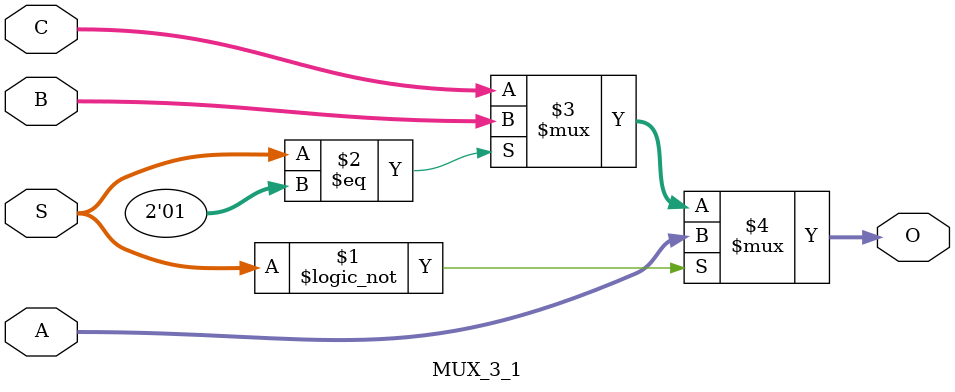
<source format=v>
module MUX_3_1(
    input [63:0] A,
    input [63:0] B,
    input [63:0] C,
    output [63:0] O,
    input [1:0] S
);

assign O = (S==2'b00) ? A: (S==2'b01) ? B: C;

endmodule
</source>
